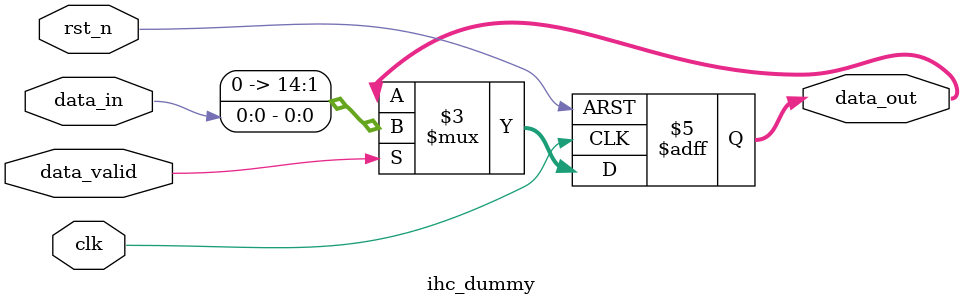
<source format=v>
module ihc_dummy(
    input wire clk,
    input wire rst_n,
    input wire data_valid,
    input wire data_in,
    output reg [14:0]data_out);
    
    always@(posedge clk or negedge rst_n)
        if(!rst_n)begin
            data_out<=0;
        end else begin
            if(data_valid)begin
                data_out<= data_in;
            end
     end
endmodule

</source>
